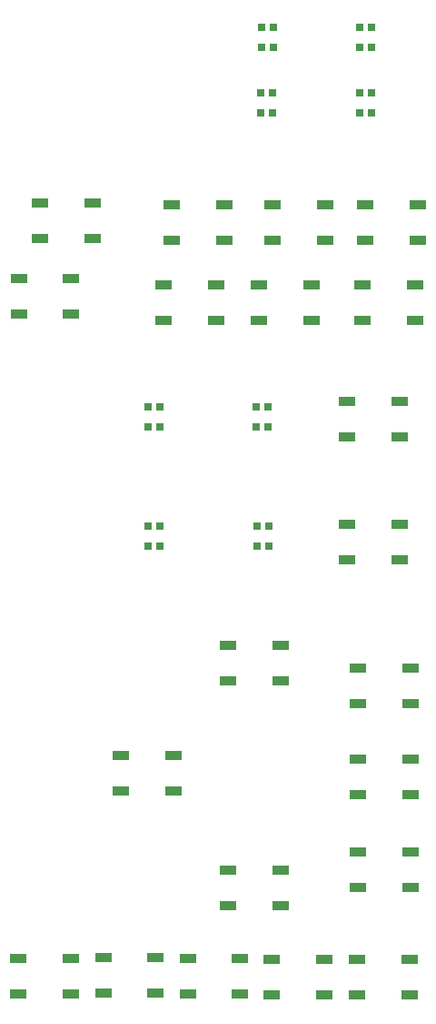
<source format=gbr>
%TF.GenerationSoftware,KiCad,Pcbnew,(6.0.9)*%
%TF.CreationDate,2023-04-01T14:47:23-08:00*%
%TF.ProjectId,MASTER ARM PANEL,4d415354-4552-4204-9152-4d2050414e45,3*%
%TF.SameCoordinates,Original*%
%TF.FileFunction,Paste,Top*%
%TF.FilePolarity,Positive*%
%FSLAX46Y46*%
G04 Gerber Fmt 4.6, Leading zero omitted, Abs format (unit mm)*
G04 Created by KiCad (PCBNEW (6.0.9)) date 2023-04-01 14:47:23*
%MOMM*%
%LPD*%
G01*
G04 APERTURE LIST*
%ADD10R,1.500000X0.900000*%
%ADD11R,0.700000X0.700000*%
G04 APERTURE END LIST*
D10*
%TO.C,D7*%
X60795520Y30402780D03*
X60795520Y27102780D03*
X65695520Y27102780D03*
X65695520Y30402780D03*
%TD*%
%TO.C,D8*%
X73089520Y30275980D03*
X73089520Y26975980D03*
X77989520Y26975980D03*
X77989520Y30275980D03*
%TD*%
%TO.C,D9*%
X82487520Y30250380D03*
X82487520Y26950380D03*
X87387520Y26950380D03*
X87387520Y30250380D03*
%TD*%
%TO.C,D10*%
X91123520Y30250380D03*
X91123520Y26950380D03*
X96023520Y26950380D03*
X96023520Y30250380D03*
%TD*%
%TO.C,D11*%
X58826520Y23367180D03*
X58826520Y20067180D03*
X63726520Y20067180D03*
X63726520Y23367180D03*
%TD*%
%TO.C,D12*%
X72366520Y22782780D03*
X72366520Y19482780D03*
X77266520Y19482780D03*
X77266520Y22782780D03*
%TD*%
%TO.C,D13*%
X81205520Y22808380D03*
X81205520Y19508380D03*
X86105520Y19508380D03*
X86105520Y22808380D03*
%TD*%
%TO.C,D14*%
X90869520Y22782780D03*
X90869520Y19482780D03*
X95769520Y19482780D03*
X95769520Y22782780D03*
%TD*%
%TO.C,D15*%
X89407520Y11937180D03*
X89407520Y8637180D03*
X94307520Y8637180D03*
X94307520Y11937180D03*
%TD*%
%TO.C,D16*%
X89407520Y558480D03*
X89407520Y-2741520D03*
X94307520Y-2741520D03*
X94307520Y558480D03*
%TD*%
%TO.C,D17*%
X78361520Y-10719520D03*
X78361520Y-14019520D03*
X83261520Y-14019520D03*
X83261520Y-10719520D03*
%TD*%
%TO.C,D18*%
X90474520Y-12853520D03*
X90474520Y-16153520D03*
X95374520Y-16153520D03*
X95374520Y-12853520D03*
%TD*%
%TO.C,D19*%
X68376520Y-20981520D03*
X68376520Y-24281520D03*
X73276520Y-24281520D03*
X73276520Y-20981520D03*
%TD*%
%TO.C,D20*%
X90423520Y-21285520D03*
X90423520Y-24585520D03*
X95323520Y-24585520D03*
X95323520Y-21285520D03*
%TD*%
%TO.C,D21*%
X90474520Y-29972520D03*
X90474520Y-33272520D03*
X95374520Y-33272520D03*
X95374520Y-29972520D03*
%TD*%
%TO.C,D22*%
X78321520Y-31674520D03*
X78321520Y-34974520D03*
X83221520Y-34974520D03*
X83221520Y-31674520D03*
%TD*%
%TO.C,D23*%
X58803520Y-39827520D03*
X58803520Y-43127520D03*
X63703520Y-43127520D03*
X63703520Y-39827520D03*
%TD*%
%TO.C,D24*%
X66700520Y-39777520D03*
X66700520Y-43077520D03*
X71600520Y-43077520D03*
X71600520Y-39777520D03*
%TD*%
%TO.C,D25*%
X74574520Y-39878520D03*
X74574520Y-43178520D03*
X79474520Y-43178520D03*
X79474520Y-39878520D03*
%TD*%
%TO.C,D26*%
X82374520Y-39929520D03*
X82374520Y-43229520D03*
X87274520Y-43229520D03*
X87274520Y-39929520D03*
%TD*%
%TO.C,D27*%
X90361520Y-39904520D03*
X90361520Y-43204520D03*
X95261520Y-43204520D03*
X95261520Y-39904520D03*
%TD*%
D11*
%TO.C,D4*%
X72012900Y368900D03*
X70912900Y368900D03*
X70912900Y-1461100D03*
X72012900Y-1461100D03*
%TD*%
%TO.C,D6*%
X82045900Y11417900D03*
X80945900Y11417900D03*
X80945900Y9587900D03*
X82045900Y9587900D03*
%TD*%
%TO.C,D28*%
X70912900Y9587900D03*
X72012900Y9587900D03*
X72012900Y11417900D03*
X70912900Y11417900D03*
%TD*%
%TO.C,D29*%
X82553900Y46723900D03*
X81453900Y46723900D03*
X81453900Y44893900D03*
X82553900Y44893900D03*
%TD*%
%TO.C,D30*%
X91697900Y46723900D03*
X90597900Y46723900D03*
X90597900Y44893900D03*
X91697900Y44893900D03*
%TD*%
%TO.C,D31*%
X91697900Y40627900D03*
X90597900Y40627900D03*
X90597900Y38797900D03*
X91697900Y38797900D03*
%TD*%
%TO.C,D32*%
X81390400Y38797900D03*
X82490400Y38797900D03*
X82490400Y40627900D03*
X81390400Y40627900D03*
%TD*%
%TO.C,D5*%
X82172900Y368900D03*
X81072900Y368900D03*
X81072900Y-1461100D03*
X82172900Y-1461100D03*
%TD*%
M02*

</source>
